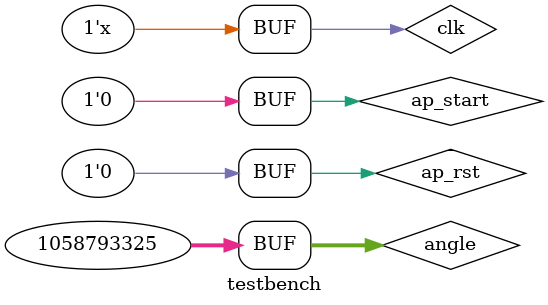
<source format=v>
`timescale 1ns / 1ps


module testbench();

reg clk;
reg ap_rst;
reg ap_start;
wire ap_done;
wire ap_ready;
wire ap_idle;
reg [31:0] angle;
wire [31:0] ap_return;

tanh tanh_instantiation(
    .clk(clk),
    .ap_rst(ap_rst),
    .ap_start(ap_start),
    .ap_done(ap_done),
    .ap_ready(ap_ready),
    .ap_idle(ap_idle),
    .angle(angle),
    .ap_return(ap_return)
);

initial begin
    clk = 0;
    ap_rst = 1;
    ap_start = 0;
    
    #10
    ap_rst = 0;
    ap_start = 1;
//    angle = 32'b00111111000000000000000000000000;   //0.5 in IEEE 754 standart
    angle = 32'b00111111000110111110011101101101;
//    angle = 32'b00000000000000000000000000000000;
    #30
    ap_start = 0;
end

always begin
    #5 clk = ~clk;
end
endmodule

</source>
